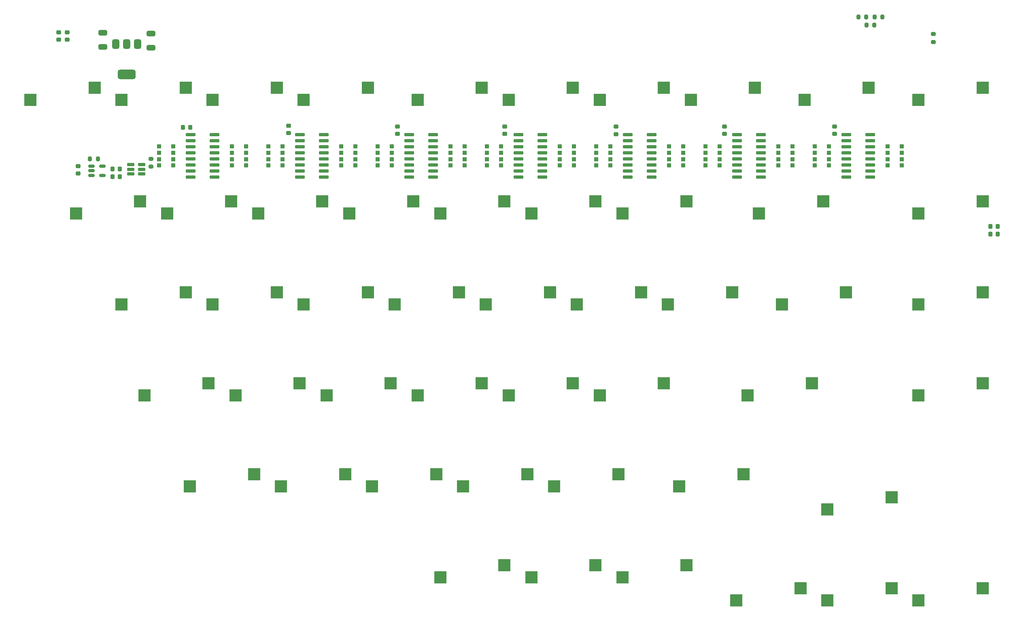
<source format=gbr>
%TF.GenerationSoftware,KiCad,Pcbnew,8.0.4*%
%TF.CreationDate,2024-10-18T15:09:14-05:00*%
%TF.ProjectId,numlocked_right,6e756d6c-6f63-46b6-9564-5f7269676874,rev?*%
%TF.SameCoordinates,Original*%
%TF.FileFunction,Paste,Bot*%
%TF.FilePolarity,Positive*%
%FSLAX46Y46*%
G04 Gerber Fmt 4.6, Leading zero omitted, Abs format (unit mm)*
G04 Created by KiCad (PCBNEW 8.0.4) date 2024-10-18 15:09:14*
%MOMM*%
%LPD*%
G01*
G04 APERTURE LIST*
G04 Aperture macros list*
%AMRoundRect*
0 Rectangle with rounded corners*
0 $1 Rounding radius*
0 $2 $3 $4 $5 $6 $7 $8 $9 X,Y pos of 4 corners*
0 Add a 4 corners polygon primitive as box body*
4,1,4,$2,$3,$4,$5,$6,$7,$8,$9,$2,$3,0*
0 Add four circle primitives for the rounded corners*
1,1,$1+$1,$2,$3*
1,1,$1+$1,$4,$5*
1,1,$1+$1,$6,$7*
1,1,$1+$1,$8,$9*
0 Add four rect primitives between the rounded corners*
20,1,$1+$1,$2,$3,$4,$5,0*
20,1,$1+$1,$4,$5,$6,$7,0*
20,1,$1+$1,$6,$7,$8,$9,0*
20,1,$1+$1,$8,$9,$2,$3,0*%
G04 Aperture macros list end*
%ADD10R,2.550000X2.500000*%
%ADD11R,0.900000X0.900000*%
%ADD12RoundRect,0.375000X-0.375000X0.625000X-0.375000X-0.625000X0.375000X-0.625000X0.375000X0.625000X0*%
%ADD13RoundRect,0.500000X-1.400000X0.500000X-1.400000X-0.500000X1.400000X-0.500000X1.400000X0.500000X0*%
%ADD14RoundRect,0.200000X0.275000X-0.200000X0.275000X0.200000X-0.275000X0.200000X-0.275000X-0.200000X0*%
%ADD15RoundRect,0.075000X0.910000X0.225000X-0.910000X0.225000X-0.910000X-0.225000X0.910000X-0.225000X0*%
%ADD16RoundRect,0.200000X-0.200000X-0.275000X0.200000X-0.275000X0.200000X0.275000X-0.200000X0.275000X0*%
%ADD17RoundRect,0.225000X0.250000X-0.225000X0.250000X0.225000X-0.250000X0.225000X-0.250000X-0.225000X0*%
%ADD18RoundRect,0.225000X0.225000X0.250000X-0.225000X0.250000X-0.225000X-0.250000X0.225000X-0.250000X0*%
%ADD19RoundRect,0.150000X0.650000X0.150000X-0.650000X0.150000X-0.650000X-0.150000X0.650000X-0.150000X0*%
%ADD20RoundRect,0.250000X0.650000X-0.325000X0.650000X0.325000X-0.650000X0.325000X-0.650000X-0.325000X0*%
%ADD21RoundRect,0.225000X-0.225000X-0.250000X0.225000X-0.250000X0.225000X0.250000X-0.225000X0.250000X0*%
%ADD22RoundRect,0.150000X-0.512500X-0.150000X0.512500X-0.150000X0.512500X0.150000X-0.512500X0.150000X0*%
G04 APERTURE END LIST*
D10*
%TO.C,S2*%
X91165000Y-83601600D03*
X104590000Y-81061600D03*
%TD*%
%TO.C,S26*%
X186415000Y-83601600D03*
X199840000Y-81061600D03*
%TD*%
%TO.C,S42*%
X224515000Y-64551600D03*
X237940000Y-62011600D03*
%TD*%
%TO.C,S12*%
X129265000Y-40739100D03*
X142690000Y-38199100D03*
%TD*%
%TO.C,S28*%
X172127500Y-40739100D03*
X185552500Y-38199100D03*
%TD*%
%TO.C,S11*%
X114977500Y-102651600D03*
X128402500Y-100111600D03*
%TD*%
%TO.C,S41*%
X238802500Y-145514100D03*
X252227500Y-142974100D03*
%TD*%
%TO.C,S36*%
X191177500Y-40739100D03*
X204602500Y-38199100D03*
%TD*%
%TO.C,S19*%
X167365000Y-83601600D03*
X180790000Y-81061600D03*
%TD*%
%TO.C,S31*%
X205465000Y-83601600D03*
X218890000Y-81061600D03*
%TD*%
%TO.C,S25*%
X157840000Y-140751600D03*
X171265000Y-138211600D03*
%TD*%
%TO.C,S23*%
X172127500Y-102651600D03*
X185552500Y-100111600D03*
%TD*%
%TO.C,S1*%
X81640000Y-64551600D03*
X95065000Y-62011600D03*
%TD*%
%TO.C,S33*%
X176890000Y-140751600D03*
X190315000Y-138211600D03*
%TD*%
%TO.C,S45*%
X234040000Y-40739100D03*
X247465000Y-38199100D03*
%TD*%
%TO.C,S13*%
X129265000Y-83601600D03*
X142690000Y-81061600D03*
%TD*%
%TO.C,S7*%
X110215000Y-83601600D03*
X123640000Y-81061600D03*
%TD*%
%TO.C,S49*%
X257852500Y-64551600D03*
X271277500Y-62011600D03*
%TD*%
%TO.C,S29*%
X191177500Y-102651600D03*
X204602500Y-100111600D03*
%TD*%
%TO.C,S40*%
X219752500Y-145514100D03*
X233177500Y-142974100D03*
%TD*%
%TO.C,S17*%
X148315000Y-83601600D03*
X161740000Y-81061600D03*
%TD*%
%TO.C,S24*%
X157840000Y-64551600D03*
X171265000Y-62011600D03*
%TD*%
%TO.C,S6*%
X95927500Y-102651600D03*
X109352500Y-100111600D03*
%TD*%
%TO.C,S37*%
X222133750Y-102651600D03*
X235558750Y-100111600D03*
%TD*%
%TO.C,S15*%
X138790000Y-64551600D03*
X152215000Y-62011600D03*
%TD*%
%TO.C,S34*%
X195940000Y-140751600D03*
X209365000Y-138211600D03*
%TD*%
%TO.C,S9*%
X105452500Y-121701600D03*
X118877500Y-119161600D03*
%TD*%
%TO.C,S21*%
X162602500Y-121701600D03*
X176027500Y-119161600D03*
%TD*%
%TO.C,S43*%
X257852500Y-145514100D03*
X271277500Y-142974100D03*
%TD*%
%TO.C,S4*%
X91165000Y-40739100D03*
X104590000Y-38199100D03*
%TD*%
%TO.C,S10*%
X119740000Y-64551600D03*
X133165000Y-62011600D03*
%TD*%
%TO.C,S16*%
X124502500Y-121701600D03*
X137927500Y-119161600D03*
%TD*%
%TO.C,S38*%
X229277500Y-83601600D03*
X242702500Y-81061600D03*
%TD*%
%TO.C,S3*%
X72115000Y-40739100D03*
X85540000Y-38199100D03*
%TD*%
%TO.C,S20*%
X153077500Y-40739100D03*
X166502500Y-38199100D03*
%TD*%
%TO.C,S27*%
X176890000Y-64551600D03*
X190315000Y-62011600D03*
%TD*%
%TO.C,S22*%
X143552500Y-121701600D03*
X156977500Y-119161600D03*
%TD*%
%TO.C,S18*%
X153077500Y-102651600D03*
X166502500Y-100111600D03*
%TD*%
%TO.C,S32*%
X195940000Y-64551600D03*
X209365000Y-62011600D03*
%TD*%
%TO.C,S30*%
X181652500Y-121701600D03*
X195077500Y-119161600D03*
%TD*%
%TO.C,S44*%
X210227500Y-40739100D03*
X223652500Y-38199100D03*
%TD*%
%TO.C,S46*%
X257852500Y-40739100D03*
X271277500Y-38199100D03*
%TD*%
%TO.C,S35*%
X207846250Y-121701600D03*
X221271250Y-119161600D03*
%TD*%
%TO.C,S5*%
X110215000Y-40739100D03*
X123640000Y-38199100D03*
%TD*%
%TO.C,S8*%
X100690000Y-64551600D03*
X114115000Y-62011600D03*
%TD*%
%TO.C,S39*%
X238802500Y-126464100D03*
X252227500Y-123924100D03*
%TD*%
%TO.C,S47*%
X257852500Y-102651600D03*
X271277500Y-100111600D03*
%TD*%
%TO.C,S14*%
X134027500Y-102651600D03*
X147452500Y-100111600D03*
%TD*%
%TO.C,S48*%
X257852500Y-83601600D03*
X271277500Y-81061600D03*
%TD*%
D11*
%TO.C,RN5*%
X193420000Y-50471600D03*
X193420000Y-51811600D03*
X193420000Y-53131600D03*
X193420000Y-54471600D03*
X190420000Y-54471600D03*
X190420000Y-53131600D03*
X190420000Y-51811600D03*
X190420000Y-50471600D03*
%TD*%
%TO.C,RN4*%
X170560000Y-50471600D03*
X170560000Y-51811600D03*
X170560000Y-53131600D03*
X170560000Y-54471600D03*
X167560000Y-54471600D03*
X167560000Y-53131600D03*
X167560000Y-51811600D03*
X167560000Y-50471600D03*
%TD*%
D12*
%TO.C,U8*%
X89949293Y-29074293D03*
X92249293Y-29074293D03*
X94549293Y-29074293D03*
D13*
X92249293Y-35374293D03*
%TD*%
D14*
%TO.C,R1*%
X261000000Y-28600000D03*
X261000000Y-26950000D03*
%TD*%
%TO.C,R6*%
X97300000Y-54701600D03*
X97300000Y-53051600D03*
%TD*%
D15*
%TO.C,U2*%
X133435000Y-48026600D03*
X133435000Y-49296600D03*
X133435000Y-50566600D03*
X133435000Y-51836600D03*
X133435000Y-53106600D03*
X133435000Y-54376600D03*
X133435000Y-55646600D03*
X133435000Y-56916600D03*
X128485000Y-56916600D03*
X128485000Y-55646600D03*
X128485000Y-54376600D03*
X128485000Y-53106600D03*
X128485000Y-51836600D03*
X128485000Y-50566600D03*
X128485000Y-49296600D03*
X128485000Y-48026600D03*
%TD*%
D11*
%TO.C,RN14*%
X251380000Y-54471600D03*
X251380000Y-53131600D03*
X251380000Y-51811600D03*
X251380000Y-50471600D03*
X254380000Y-50471600D03*
X254380000Y-51811600D03*
X254380000Y-53131600D03*
X254380000Y-54471600D03*
%TD*%
D16*
%TO.C,R4*%
X246975000Y-25076600D03*
X248625000Y-25076600D03*
%TD*%
D17*
%TO.C,C16*%
X82100000Y-56151600D03*
X82100000Y-54601600D03*
%TD*%
D11*
%TO.C,RN3*%
X147700000Y-50471600D03*
X147700000Y-51811600D03*
X147700000Y-53131600D03*
X147700000Y-54471600D03*
X144700000Y-54471600D03*
X144700000Y-53131600D03*
X144700000Y-51811600D03*
X144700000Y-50471600D03*
%TD*%
D17*
%TO.C,C5*%
X194587000Y-47902200D03*
X194587000Y-46352200D03*
%TD*%
D11*
%TO.C,RN6*%
X216280000Y-50471600D03*
X216280000Y-51811600D03*
X216280000Y-53131600D03*
X216280000Y-54471600D03*
X213280000Y-54471600D03*
X213280000Y-53131600D03*
X213280000Y-51811600D03*
X213280000Y-50471600D03*
%TD*%
D18*
%TO.C,C9*%
X274445000Y-67186600D03*
X272895000Y-67186600D03*
%TD*%
D19*
%TO.C,U7*%
X95350000Y-54300000D03*
X95350000Y-55250000D03*
X95350000Y-56200000D03*
X93050000Y-56200000D03*
X93050000Y-55250000D03*
X93050000Y-54300000D03*
%TD*%
D11*
%TO.C,RN1*%
X101980000Y-50471600D03*
X101980000Y-51811600D03*
X101980000Y-53131600D03*
X101980000Y-54471600D03*
X98980000Y-54471600D03*
X98980000Y-53131600D03*
X98980000Y-51811600D03*
X98980000Y-50471600D03*
%TD*%
D15*
%TO.C,U3*%
X156295000Y-48026600D03*
X156295000Y-49296600D03*
X156295000Y-50566600D03*
X156295000Y-51836600D03*
X156295000Y-53106600D03*
X156295000Y-54376600D03*
X156295000Y-55646600D03*
X156295000Y-56916600D03*
X151345000Y-56916600D03*
X151345000Y-55646600D03*
X151345000Y-54376600D03*
X151345000Y-53106600D03*
X151345000Y-51836600D03*
X151345000Y-50566600D03*
X151345000Y-49296600D03*
X151345000Y-48026600D03*
%TD*%
D11*
%TO.C,RN7*%
X114220000Y-54471600D03*
X114220000Y-53131600D03*
X114220000Y-51811600D03*
X114220000Y-50471600D03*
X117220000Y-50471600D03*
X117220000Y-51811600D03*
X117220000Y-53131600D03*
X117220000Y-54471600D03*
%TD*%
D20*
%TO.C,C13*%
X97300000Y-29775000D03*
X97300000Y-26825000D03*
%TD*%
D11*
%TO.C,RN2*%
X124840000Y-50471600D03*
X124840000Y-51811600D03*
X124840000Y-53131600D03*
X124840000Y-54471600D03*
X121840000Y-54471600D03*
X121840000Y-53131600D03*
X121840000Y-51811600D03*
X121840000Y-50471600D03*
%TD*%
D16*
%TO.C,R3*%
X245275000Y-23376600D03*
X246925000Y-23376600D03*
%TD*%
D17*
%TO.C,C3*%
X148917800Y-47876800D03*
X148917800Y-46326800D03*
%TD*%
D15*
%TO.C,U4*%
X179155000Y-48026600D03*
X179155000Y-49296600D03*
X179155000Y-50566600D03*
X179155000Y-51836600D03*
X179155000Y-53106600D03*
X179155000Y-54376600D03*
X179155000Y-55646600D03*
X179155000Y-56916600D03*
X174205000Y-56916600D03*
X174205000Y-55646600D03*
X174205000Y-54376600D03*
X174205000Y-53106600D03*
X174205000Y-51836600D03*
X174205000Y-50566600D03*
X174205000Y-49296600D03*
X174205000Y-48026600D03*
%TD*%
D11*
%TO.C,RN11*%
X205660000Y-54471600D03*
X205660000Y-53131600D03*
X205660000Y-51811600D03*
X205660000Y-50471600D03*
X208660000Y-50471600D03*
X208660000Y-51811600D03*
X208660000Y-53131600D03*
X208660000Y-54471600D03*
%TD*%
D17*
%TO.C,C2*%
X126134000Y-47658600D03*
X126134000Y-46108600D03*
%TD*%
D20*
%TO.C,C12*%
X87249293Y-29649293D03*
X87249293Y-26699293D03*
%TD*%
D15*
%TO.C,U6*%
X224875000Y-48026600D03*
X224875000Y-49296600D03*
X224875000Y-50566600D03*
X224875000Y-51836600D03*
X224875000Y-53106600D03*
X224875000Y-54376600D03*
X224875000Y-55646600D03*
X224875000Y-56916600D03*
X219925000Y-56916600D03*
X219925000Y-55646600D03*
X219925000Y-54376600D03*
X219925000Y-53106600D03*
X219925000Y-51836600D03*
X219925000Y-50566600D03*
X219925000Y-49296600D03*
X219925000Y-48026600D03*
%TD*%
%TO.C,U5*%
X202015000Y-48026600D03*
X202015000Y-49296600D03*
X202015000Y-50566600D03*
X202015000Y-51836600D03*
X202015000Y-53106600D03*
X202015000Y-54376600D03*
X202015000Y-55646600D03*
X202015000Y-56916600D03*
X197065000Y-56916600D03*
X197065000Y-55646600D03*
X197065000Y-54376600D03*
X197065000Y-53106600D03*
X197065000Y-51836600D03*
X197065000Y-50566600D03*
X197065000Y-49296600D03*
X197065000Y-48026600D03*
%TD*%
D11*
%TO.C,RN12*%
X228520000Y-54471600D03*
X228520000Y-53131600D03*
X228520000Y-51811600D03*
X228520000Y-50471600D03*
X231520000Y-50471600D03*
X231520000Y-51811600D03*
X231520000Y-53131600D03*
X231520000Y-54471600D03*
%TD*%
D17*
%TO.C,C11*%
X78040000Y-28151600D03*
X78040000Y-26601600D03*
%TD*%
D18*
%TO.C,C1*%
X105525000Y-46451600D03*
X103975000Y-46451600D03*
%TD*%
%TO.C,C7*%
X90815600Y-55189400D03*
X89265600Y-55189400D03*
%TD*%
D15*
%TO.C,U9*%
X247735000Y-48026600D03*
X247735000Y-49296600D03*
X247735000Y-50566600D03*
X247735000Y-51836600D03*
X247735000Y-53106600D03*
X247735000Y-54376600D03*
X247735000Y-55646600D03*
X247735000Y-56916600D03*
X242785000Y-56916600D03*
X242785000Y-55646600D03*
X242785000Y-54376600D03*
X242785000Y-53106600D03*
X242785000Y-51836600D03*
X242785000Y-50566600D03*
X242785000Y-49296600D03*
X242785000Y-48026600D03*
%TD*%
D17*
%TO.C,C6*%
X217294600Y-47876800D03*
X217294600Y-46326800D03*
%TD*%
D11*
%TO.C,RN8*%
X137080000Y-54471600D03*
X137080000Y-53131600D03*
X137080000Y-51811600D03*
X137080000Y-50471600D03*
X140080000Y-50471600D03*
X140080000Y-51811600D03*
X140080000Y-53131600D03*
X140080000Y-54471600D03*
%TD*%
%TO.C,RN13*%
X239140000Y-50471600D03*
X239140000Y-51811600D03*
X239140000Y-53131600D03*
X239140000Y-54471600D03*
X236140000Y-54471600D03*
X236140000Y-53131600D03*
X236140000Y-51811600D03*
X236140000Y-50471600D03*
%TD*%
D18*
%TO.C,C8*%
X274445000Y-68812200D03*
X272895000Y-68812200D03*
%TD*%
D16*
%TO.C,R5*%
X248675000Y-23376600D03*
X250325000Y-23376600D03*
%TD*%
D11*
%TO.C,RN9*%
X159940000Y-54471600D03*
X159940000Y-53131600D03*
X159940000Y-51811600D03*
X159940000Y-50471600D03*
X162940000Y-50471600D03*
X162940000Y-51811600D03*
X162940000Y-53131600D03*
X162940000Y-54471600D03*
%TD*%
D21*
%TO.C,C15*%
X89262574Y-56783160D03*
X90812574Y-56783160D03*
%TD*%
D17*
%TO.C,C14*%
X240300000Y-47876800D03*
X240300000Y-46326800D03*
%TD*%
%TO.C,C10*%
X79792600Y-28151600D03*
X79792600Y-26601600D03*
%TD*%
D16*
%TO.C,R7*%
X84575000Y-53076600D03*
X86225000Y-53076600D03*
%TD*%
D11*
%TO.C,RN10*%
X182800000Y-54471600D03*
X182800000Y-53131600D03*
X182800000Y-51811600D03*
X182800000Y-50471600D03*
X185800000Y-50471600D03*
X185800000Y-51811600D03*
X185800000Y-53131600D03*
X185800000Y-54471600D03*
%TD*%
D17*
%TO.C,C4*%
X171320600Y-47876800D03*
X171320600Y-46326800D03*
%TD*%
D15*
%TO.C,U1*%
X110575000Y-48026600D03*
X110575000Y-49296600D03*
X110575000Y-50566600D03*
X110575000Y-51836600D03*
X110575000Y-53106600D03*
X110575000Y-54376600D03*
X110575000Y-55646600D03*
X110575000Y-56916600D03*
X105625000Y-56916600D03*
X105625000Y-55646600D03*
X105625000Y-54376600D03*
X105625000Y-53106600D03*
X105625000Y-51836600D03*
X105625000Y-50566600D03*
X105625000Y-49296600D03*
X105625000Y-48026600D03*
%TD*%
D22*
%TO.C,U10*%
X84862500Y-56526600D03*
X84862500Y-55576600D03*
X84862500Y-54626600D03*
X87137500Y-54626600D03*
X87137500Y-56526600D03*
%TD*%
M02*

</source>
